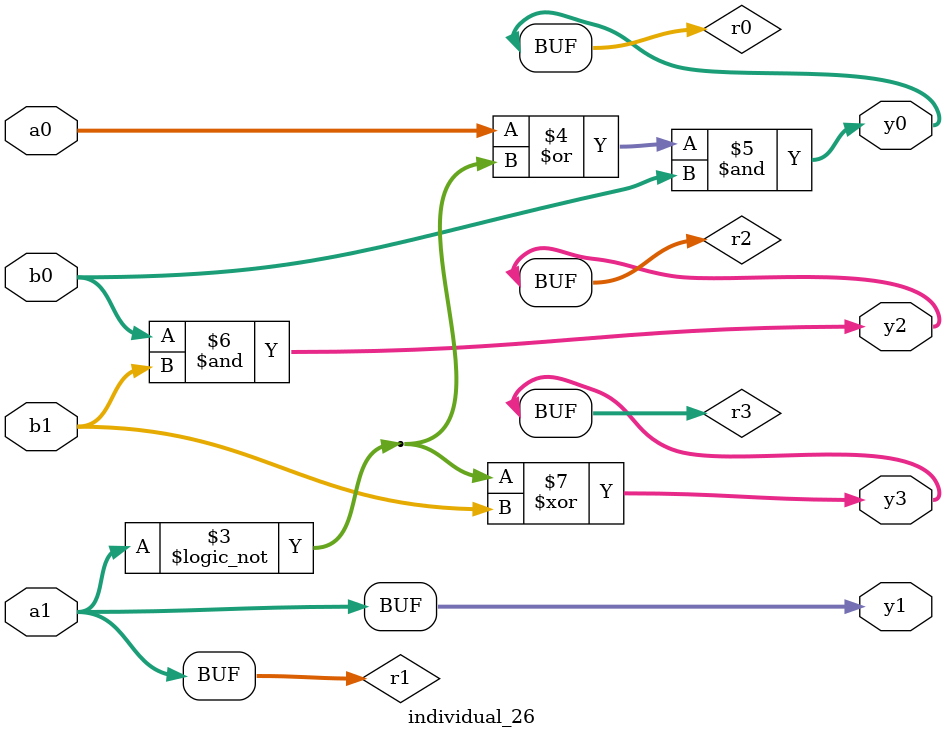
<source format=sv>
module individual_26(input logic [15:0] a1, input logic [15:0] a0, input logic [15:0] b1, input logic [15:0] b0, output logic [15:0] y3, output logic [15:0] y2, output logic [15:0] y1, output logic [15:0] y0);
logic [15:0] r0, r1, r2, r3; 
 always@(*) begin 
	 r0 = a0; r1 = a1; r2 = b0; r3 = b1; 
 	 r3 = ! r2 ;
 	 r3 = ! a1 ;
 	 r0  |=  r3 ;
 	 r0  &=  b0 ;
 	 r2  &=  b1 ;
 	 r3  ^=  b1 ;
 	 y3 = r3; y2 = r2; y1 = r1; y0 = r0; 
end
endmodule
</source>
